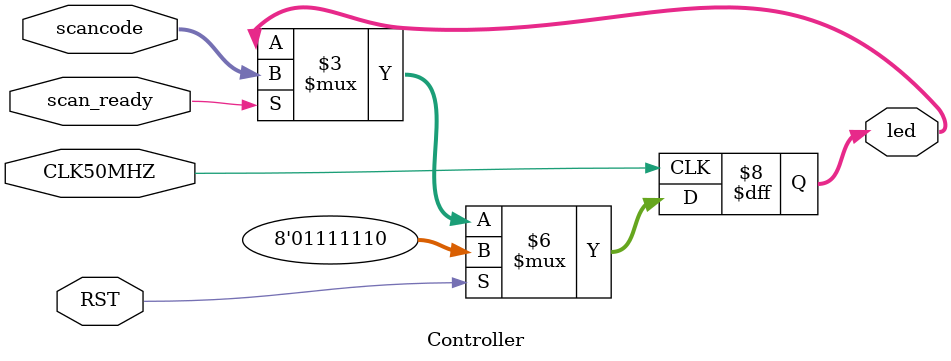
<source format=v>
module Controller(
  input 	   CLK50MHZ,
  input 	   RST,
  input [7:0] 	   scancode,
  input 	   scan_ready,
  output reg [7:0] led = 8'b0011_1100
);

    always @(posedge CLK50MHZ)
        if(RST)
          led <= 8'b0111_1110;
        else if( scan_ready )
          led <= scancode;

endmodule

</source>
